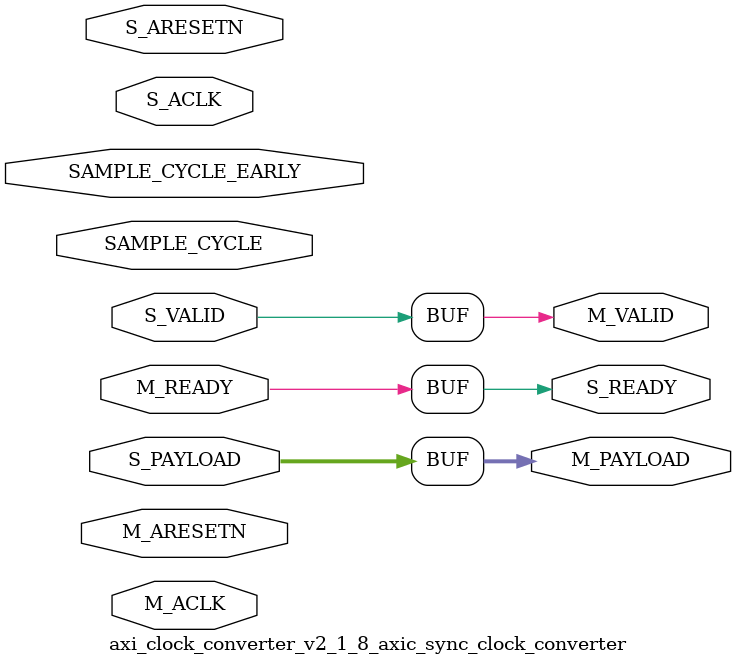
<source format=v>

`timescale 1ps/1ps
`default_nettype none

(* DowngradeIPIdentifiedWarnings="yes" *) 
module axi_clock_converter_v2_1_8_axic_sync_clock_converter # (
///////////////////////////////////////////////////////////////////////////////
// Parameter Definitions
///////////////////////////////////////////////////////////////////////////////
  parameter C_FAMILY     = "virtex6",
  parameter integer C_PAYLOAD_WIDTH = 32,
  parameter integer C_S_ACLK_RATIO = 1,
  parameter integer C_M_ACLK_RATIO = 1 ,
  parameter integer C_MODE = 0  // 0 = light-weight (1-deep); 1 = fully-pipelined (2-deep)
  )
 (
///////////////////////////////////////////////////////////////////////////////
// Port Declarations
///////////////////////////////////////////////////////////////////////////////
  input wire                    SAMPLE_CYCLE_EARLY,
  input wire                    SAMPLE_CYCLE,
  // Slave side
  input  wire                        S_ACLK,
  input  wire                        S_ARESETN,
  input  wire [C_PAYLOAD_WIDTH-1:0] S_PAYLOAD,
  input  wire                        S_VALID,
  output wire                        S_READY,

  // Master side
  input  wire                        M_ACLK,
  input  wire                        M_ARESETN,
  output wire [C_PAYLOAD_WIDTH-1:0] M_PAYLOAD,
  output wire                        M_VALID,
  input  wire                        M_READY
);

////////////////////////////////////////////////////////////////////////////////
// Functions
////////////////////////////////////////////////////////////////////////////////

////////////////////////////////////////////////////////////////////////////////
// Local parameters
////////////////////////////////////////////////////////////////////////////////
localparam [1:0] ZERO = 2'b10;
localparam [1:0] ONE  = 2'b11;
localparam [1:0] TWO  = 2'b01;
localparam [1:0] INIT = 2'b00;
localparam integer P_LIGHT_WT = 0;
localparam integer P_FULLY_REG = 1;

////////////////////////////////////////////////////////////////////////////////
// Wires/Reg declarations
////////////////////////////////////////////////////////////////////////////////

////////////////////////////////////////////////////////////////////////////////
// BEGIN RTL
////////////////////////////////////////////////////////////////////////////////

generate
  if (C_S_ACLK_RATIO == C_M_ACLK_RATIO) begin : gen_passthru
    assign M_PAYLOAD = S_PAYLOAD;
    assign M_VALID   = S_VALID;
    assign S_READY   = M_READY;      
  end else begin : gen_sync_clock_converter
    wire s_sample_cycle;
    wire s_sample_cycle_early;
    wire m_sample_cycle;
    wire m_sample_cycle_early;

    wire slow_aclk;
    wire slow_areset;
    wire s_areset_r;
    wire m_areset_r;
   
    reg  s_tready_r; 
    wire s_tready_ns; 
    reg  m_tvalid_r; 
    wire m_tvalid_ns; 
    reg  [C_PAYLOAD_WIDTH-1:0] m_tpayload_r;
    reg  [C_PAYLOAD_WIDTH-1:0] m_tstorage_r;
    wire [C_PAYLOAD_WIDTH-1:0] m_tpayload_ns; 
    wire [C_PAYLOAD_WIDTH-1:0] m_tstorage_ns; 
    reg  m_tready_hold;
    wire m_tready_sample;
    wire load_tpayload;
    wire load_tstorage;
    wire load_tpayload_from_tstorage;
    reg [1:0] state;
    reg [1:0] next_state;
    
    reg s_aresetn_r = 1'b0; // Reset delay register
    always @(posedge S_ACLK) begin
      if (~S_ARESETN | ~M_ARESETN) begin
        s_aresetn_r <= 1'b0;
      end else begin
        s_aresetn_r <= S_ARESETN & M_ARESETN;
      end
    end
    assign s_areset_r = ~s_aresetn_r;

    reg m_aresetn_r = 1'b0; // Reset delay register
    always @(posedge M_ACLK) begin
      if (~S_ARESETN | ~M_ARESETN) begin
        m_aresetn_r <= 1'b0;
      end else begin
        m_aresetn_r <= S_ARESETN & M_ARESETN;
      end
    end
    assign m_areset_r = ~m_aresetn_r;

    if (C_S_ACLK_RATIO > C_M_ACLK_RATIO) begin : gen_slowclk_mi
      assign slow_aclk = M_ACLK;
    end else begin : gen_slowclk_si
      assign slow_aclk = S_ACLK;
    end
  
    assign slow_areset = (C_S_ACLK_RATIO > C_M_ACLK_RATIO) ? m_areset_r : s_areset_r;
    assign s_sample_cycle_early = (C_S_ACLK_RATIO > C_M_ACLK_RATIO) ? SAMPLE_CYCLE_EARLY : 1'b1;
    assign s_sample_cycle       = (C_S_ACLK_RATIO > C_M_ACLK_RATIO) ? SAMPLE_CYCLE : 1'b1;
    assign m_sample_cycle_early = (C_S_ACLK_RATIO > C_M_ACLK_RATIO) ? 1'b1 : SAMPLE_CYCLE_EARLY;
    assign m_sample_cycle       = (C_S_ACLK_RATIO > C_M_ACLK_RATIO) ? 1'b1 : SAMPLE_CYCLE;

    // Output flop for S_READY, value is encoded into state machine.
    assign s_tready_ns = (C_S_ACLK_RATIO > C_M_ACLK_RATIO) ? state[1] & (state != INIT) : next_state[1];

    always @(posedge S_ACLK) begin 
      if (s_areset_r) begin
        s_tready_r <= 1'b0;
      end
      else begin
        s_tready_r <= s_sample_cycle_early ? s_tready_ns : 1'b0;
      end
    end

    assign S_READY = s_tready_r;

    // Output flop for M_VALID
    assign m_tvalid_ns = next_state[0];

    always @(posedge M_ACLK) begin 
      if (m_areset_r) begin
        m_tvalid_r <= 1'b0;
      end
      else begin
        m_tvalid_r <= m_sample_cycle ? m_tvalid_ns : m_tvalid_r & ~M_READY;
      end
    end

    assign M_VALID = m_tvalid_r;

    // Hold register for M_READY when M_ACLK is fast.
    always @(posedge M_ACLK) begin 
      if (m_areset_r) begin
        m_tready_hold <= 1'b0;
      end
      else begin
        m_tready_hold <= m_sample_cycle ? 1'b0 : m_tready_sample;
      end
    end

    assign m_tready_sample = (M_READY ) | m_tready_hold;
    // Output/storage flops for PAYLOAD
    assign m_tpayload_ns = ~load_tpayload ? m_tpayload_r :
                           load_tpayload_from_tstorage ? m_tstorage_r : 
                           S_PAYLOAD;

    assign m_tstorage_ns = C_MODE ? (load_tstorage ? S_PAYLOAD : m_tstorage_r) : 0;

    always @(posedge slow_aclk) begin 
      m_tpayload_r <= m_tpayload_ns;
      m_tstorage_r <= C_MODE ? m_tstorage_ns : 0;
    end

    assign M_PAYLOAD = m_tpayload_r;

    // load logic
    assign load_tstorage = C_MODE && (state != TWO);
    assign load_tpayload = m_tready_sample || (state == ZERO);
    assign load_tpayload_from_tstorage = C_MODE && (state == TWO) && m_tready_sample;
    
    // State machine
    always @(posedge slow_aclk) begin 
      state <= next_state;
    end

    always @* begin 
      if (slow_areset) begin 
        next_state = INIT;
      end else begin
        case (state)
          INIT: begin
            next_state = ZERO;
          end
          // No transaction stored locally
          ZERO: begin
            if (S_VALID) begin
              next_state = C_MODE ? ONE : TWO; // Push from empty
            end
            else begin
              next_state = ZERO;
            end
          end

          // One transaction stored locally
          ONE: begin
            if (C_MODE == 0) begin
              next_state = TWO;  // State ONE is inaccessible when C_MODE=0
            end 
            else if (m_tready_sample & ~S_VALID) begin 
              next_state = ZERO; // Read out one so move to ZERO
            end
            else if (~m_tready_sample & S_VALID) begin
              next_state = TWO;  // Got another one so move to TWO
            end
            else begin
              next_state = ONE;
            end
          end

          // Storage registers full
          TWO: begin 
            if (m_tready_sample) begin
              next_state = C_MODE ? ONE : ZERO; // Pop from full
            end
            else begin
              next_state = TWO;
            end
          end
        endcase // case (state)
      end
    end
  end // gen_sync_clock_converter
  endgenerate
endmodule

`default_nettype wire


</source>
